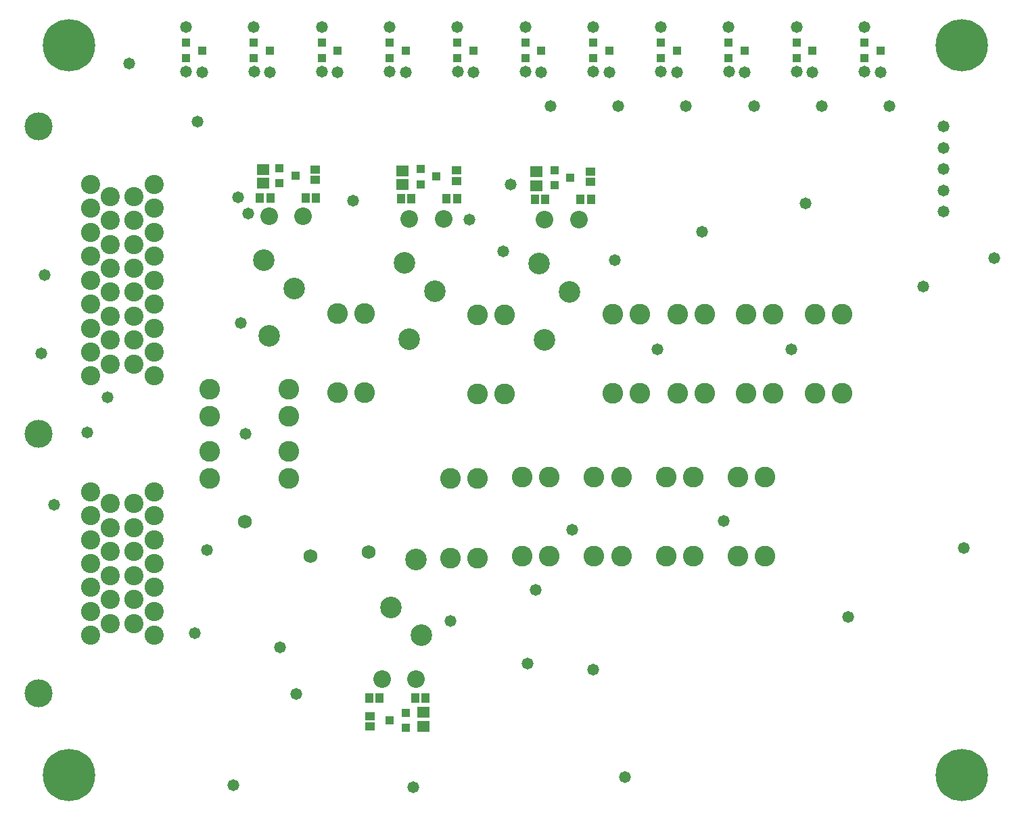
<source format=gbr>
%TF.GenerationSoftware,Altium Limited,Altium Designer,19.0.10 (269)*%
G04 Layer_Color=16711935*
%FSLAX26Y26*%
%MOIN*%
%TF.FileFunction,Soldermask,Bot*%
%TF.Part,Single*%
G01*
G75*
%TA.AperFunction,SMDPad,CuDef*%
%ADD39R,0.043433X0.039496*%
%ADD40R,0.041465X0.045402*%
%ADD41R,0.045402X0.041465*%
%ADD42R,0.061150X0.053276*%
%TA.AperFunction,ComponentPad*%
%ADD43C,0.102488*%
%ADD44C,0.094614*%
%ADD45C,0.137921*%
%TA.AperFunction,ViaPad*%
%ADD46C,0.068000*%
%ADD47C,0.258000*%
%TA.AperFunction,ComponentPad*%
%ADD48C,0.106425*%
%ADD49C,0.086740*%
%TA.AperFunction,ViaPad*%
%ADD50C,0.058000*%
D39*
X1959961Y609402D02*
D03*
Y534598D02*
D03*
X1881220Y572000D02*
D03*
X2693220Y3210598D02*
D03*
Y3285401D02*
D03*
X2771961Y3248000D02*
D03*
X2033630Y3215598D02*
D03*
Y3290401D02*
D03*
X2112370Y3253000D02*
D03*
X1338630Y3219598D02*
D03*
Y3294401D02*
D03*
X1417370Y3257000D02*
D03*
X1291063Y3875725D02*
D03*
X1212323Y3913127D02*
D03*
Y3838324D02*
D03*
X956772Y3875725D02*
D03*
X878032Y3913127D02*
D03*
Y3838324D02*
D03*
X1625353Y3875725D02*
D03*
X1546613Y3913127D02*
D03*
Y3838324D02*
D03*
X3296806Y3875725D02*
D03*
X3218066Y3913127D02*
D03*
Y3838324D02*
D03*
X2962516Y3875725D02*
D03*
X2883776Y3913127D02*
D03*
Y3838324D02*
D03*
X2628225Y3875725D02*
D03*
X2549485Y3913127D02*
D03*
Y3838324D02*
D03*
X2293935Y3875725D02*
D03*
X2215194Y3913127D02*
D03*
Y3838324D02*
D03*
X1959644Y3875725D02*
D03*
X1880904Y3913127D02*
D03*
Y3838324D02*
D03*
X4299678Y3875725D02*
D03*
X4220938Y3913127D02*
D03*
Y3838324D02*
D03*
X3965388Y3875725D02*
D03*
X3886647Y3913127D02*
D03*
Y3838324D02*
D03*
X3631097Y3875725D02*
D03*
X3552357Y3913127D02*
D03*
Y3838324D02*
D03*
D40*
X2873181Y3140000D02*
D03*
X2822000D02*
D03*
X2647181D02*
D03*
X2596000D02*
D03*
X1518591Y3149000D02*
D03*
X1467409D02*
D03*
X1292591D02*
D03*
X1241409D02*
D03*
X2213591Y3145000D02*
D03*
X2162410D02*
D03*
X1987591D02*
D03*
X1936409D02*
D03*
X1780000Y680000D02*
D03*
X1831181D02*
D03*
X2006000D02*
D03*
X2057181D02*
D03*
D41*
X2869181Y3227409D02*
D03*
Y3278590D02*
D03*
X1514591Y3236409D02*
D03*
Y3287590D02*
D03*
X2209590Y3232409D02*
D03*
Y3283590D02*
D03*
X1784000Y592591D02*
D03*
Y541409D02*
D03*
D42*
X2605181Y3277449D02*
D03*
Y3208551D02*
D03*
X1257000Y3220551D02*
D03*
Y3289449D02*
D03*
X1945591Y3282449D02*
D03*
Y3213551D02*
D03*
X2048000Y542551D02*
D03*
Y611449D02*
D03*
D43*
X1385551Y1765000D02*
D03*
X995000D02*
D03*
X1385551Y1898858D02*
D03*
X995000D02*
D03*
Y2203780D02*
D03*
X1385551D02*
D03*
X995000Y2069921D02*
D03*
X1385551D02*
D03*
X1624843Y2186206D02*
D03*
Y2576757D02*
D03*
X1758701Y2186206D02*
D03*
Y2576757D02*
D03*
X2313490Y2181724D02*
D03*
Y2572276D02*
D03*
X2447348Y2181724D02*
D03*
Y2572276D02*
D03*
X2979165Y2183724D02*
D03*
Y2574276D02*
D03*
X3113023Y2183724D02*
D03*
Y2574276D02*
D03*
X3299361Y2184449D02*
D03*
Y2575000D02*
D03*
X3433220Y2184449D02*
D03*
Y2575000D02*
D03*
X3638246Y2184724D02*
D03*
Y2575276D02*
D03*
X3772104Y2184724D02*
D03*
Y2575276D02*
D03*
X3978379Y2184898D02*
D03*
Y2575450D02*
D03*
X4112237Y2184898D02*
D03*
Y2575450D02*
D03*
X3731237Y1771450D02*
D03*
Y1380898D02*
D03*
X3597378Y1771450D02*
D03*
Y1380898D02*
D03*
X3376886Y1771000D02*
D03*
Y1380449D02*
D03*
X3243028Y1771000D02*
D03*
Y1380449D02*
D03*
X3022570Y1771450D02*
D03*
Y1380898D02*
D03*
X2888712Y1771450D02*
D03*
Y1380898D02*
D03*
X2667701Y1771757D02*
D03*
Y1381206D02*
D03*
X2533843Y1771757D02*
D03*
Y1381206D02*
D03*
X2313314Y1763253D02*
D03*
Y1372702D02*
D03*
X2179456Y1763253D02*
D03*
Y1372702D02*
D03*
D44*
X720866Y2269685D02*
D03*
Y2387795D02*
D03*
Y2505905D02*
D03*
Y2624016D02*
D03*
Y2742126D02*
D03*
Y2860236D02*
D03*
Y2978347D02*
D03*
Y3096457D02*
D03*
Y3214567D02*
D03*
X622441Y2328740D02*
D03*
Y2446850D02*
D03*
Y2564961D02*
D03*
Y2683071D02*
D03*
Y2801181D02*
D03*
Y2919291D02*
D03*
Y3037402D02*
D03*
Y3155512D02*
D03*
X504331Y2328740D02*
D03*
Y2446850D02*
D03*
Y2564961D02*
D03*
Y2683071D02*
D03*
Y2801181D02*
D03*
Y2919291D02*
D03*
Y3037402D02*
D03*
Y3155512D02*
D03*
X405906Y2269685D02*
D03*
Y2387795D02*
D03*
Y2505905D02*
D03*
Y2624016D02*
D03*
Y2742126D02*
D03*
Y2860236D02*
D03*
Y2978347D02*
D03*
Y3096457D02*
D03*
Y3214567D02*
D03*
Y1698819D02*
D03*
Y1580709D02*
D03*
Y1462599D02*
D03*
Y1344488D02*
D03*
Y1226378D02*
D03*
Y1108268D02*
D03*
Y990158D02*
D03*
X504331Y1639764D02*
D03*
Y1521654D02*
D03*
Y1403543D02*
D03*
Y1285433D02*
D03*
Y1167323D02*
D03*
Y1049213D02*
D03*
X622441Y1639764D02*
D03*
Y1521654D02*
D03*
Y1403543D02*
D03*
Y1285433D02*
D03*
Y1167323D02*
D03*
Y1049213D02*
D03*
X720866Y1698819D02*
D03*
Y1580709D02*
D03*
Y1462599D02*
D03*
Y1344488D02*
D03*
Y1226378D02*
D03*
Y1108268D02*
D03*
Y990158D02*
D03*
D45*
X150000Y704724D02*
D03*
Y1984252D02*
D03*
Y3500000D02*
D03*
D46*
X1166000Y1552000D02*
D03*
X1777000Y1401000D02*
D03*
X1490000Y1380000D02*
D03*
D47*
X4700000Y300000D02*
D03*
Y3900000D02*
D03*
X300000D02*
D03*
Y300000D02*
D03*
D48*
X2644656Y2449512D02*
D03*
X2619065Y2823528D02*
D03*
X2768671Y2685732D02*
D03*
X1979001Y2452449D02*
D03*
X1953410Y2826465D02*
D03*
X2103016Y2688670D02*
D03*
X1286000Y2466449D02*
D03*
X1260410Y2840465D02*
D03*
X1410016Y2702669D02*
D03*
X2011929Y1364551D02*
D03*
X2037520Y990535D02*
D03*
X1887913Y1128331D02*
D03*
D49*
X2813947Y3040063D02*
D03*
X2644656D02*
D03*
X2148292Y3043001D02*
D03*
X1979001D02*
D03*
X1455292Y3057000D02*
D03*
X1286000D02*
D03*
X1842638Y774000D02*
D03*
X2011929D02*
D03*
D50*
X1135236Y3151764D02*
D03*
X1184000Y3071000D02*
D03*
X1701000Y3133000D02*
D03*
X934000Y3524000D02*
D03*
X3528000Y1553000D02*
D03*
X2272663Y3040000D02*
D03*
X2476217Y3214567D02*
D03*
X164695Y2380000D02*
D03*
X180000Y2769010D02*
D03*
X4344456Y3600000D02*
D03*
X3342396D02*
D03*
X597000Y3810000D02*
D03*
X4860000Y2850000D02*
D03*
X227000Y1634278D02*
D03*
X490000Y2162952D02*
D03*
X390000Y1990000D02*
D03*
X3860000Y2400000D02*
D03*
X3202201D02*
D03*
X2780726Y1510000D02*
D03*
X4710000Y1420000D02*
D03*
X4510000Y2710000D02*
D03*
X3930000Y3120000D02*
D03*
X3420000Y2980000D02*
D03*
X2990000Y2840465D02*
D03*
X2440000Y2884821D02*
D03*
X1170000Y1984252D02*
D03*
X1146000Y2530000D02*
D03*
X980000Y1410000D02*
D03*
X920000Y1000000D02*
D03*
X1340000Y930000D02*
D03*
X2180000Y1060000D02*
D03*
X1420000Y700000D02*
D03*
X2601000Y1215000D02*
D03*
X2560000Y850000D02*
D03*
X2883776Y820000D02*
D03*
X4140000Y1080000D02*
D03*
X3040000Y290000D02*
D03*
X1995969Y240000D02*
D03*
X1110000Y250000D02*
D03*
X3965388Y3768482D02*
D03*
X1959644D02*
D03*
X1625353D02*
D03*
X1881888Y3770726D02*
D03*
X4610000Y3080000D02*
D03*
Y3185000D02*
D03*
Y3290000D02*
D03*
Y3395000D02*
D03*
Y3500000D02*
D03*
X4010977Y3600000D02*
D03*
X3676686D02*
D03*
X3296806Y3768482D02*
D03*
X3008105Y3600000D02*
D03*
X2673814D02*
D03*
X1291063Y3768482D02*
D03*
X1212323Y3989740D02*
D03*
X1213307Y3770726D02*
D03*
X1546613Y3989740D02*
D03*
X1547597Y3770726D02*
D03*
X3631097Y3768482D02*
D03*
X3552357Y3989740D02*
D03*
X3553341Y3770726D02*
D03*
X3886647Y3989740D02*
D03*
X3887632Y3770726D02*
D03*
X4299678Y3768482D02*
D03*
X4220938Y3989740D02*
D03*
X4221922Y3770726D02*
D03*
X1880904Y3989740D02*
D03*
X2293935Y3768482D02*
D03*
X2215194Y3989740D02*
D03*
X2216179Y3770726D02*
D03*
X2628225Y3768482D02*
D03*
X2549485Y3989740D02*
D03*
X2550469Y3770726D02*
D03*
X2962516Y3768482D02*
D03*
X2883776Y3989740D02*
D03*
X2884760Y3770726D02*
D03*
X3218066Y3989740D02*
D03*
X3219050Y3770726D02*
D03*
X956772Y3768482D02*
D03*
X878032Y3989740D02*
D03*
X879016Y3770726D02*
D03*
%TF.MD5,8a5074207cd12453d0d0825b428b39b9*%
M02*

</source>
